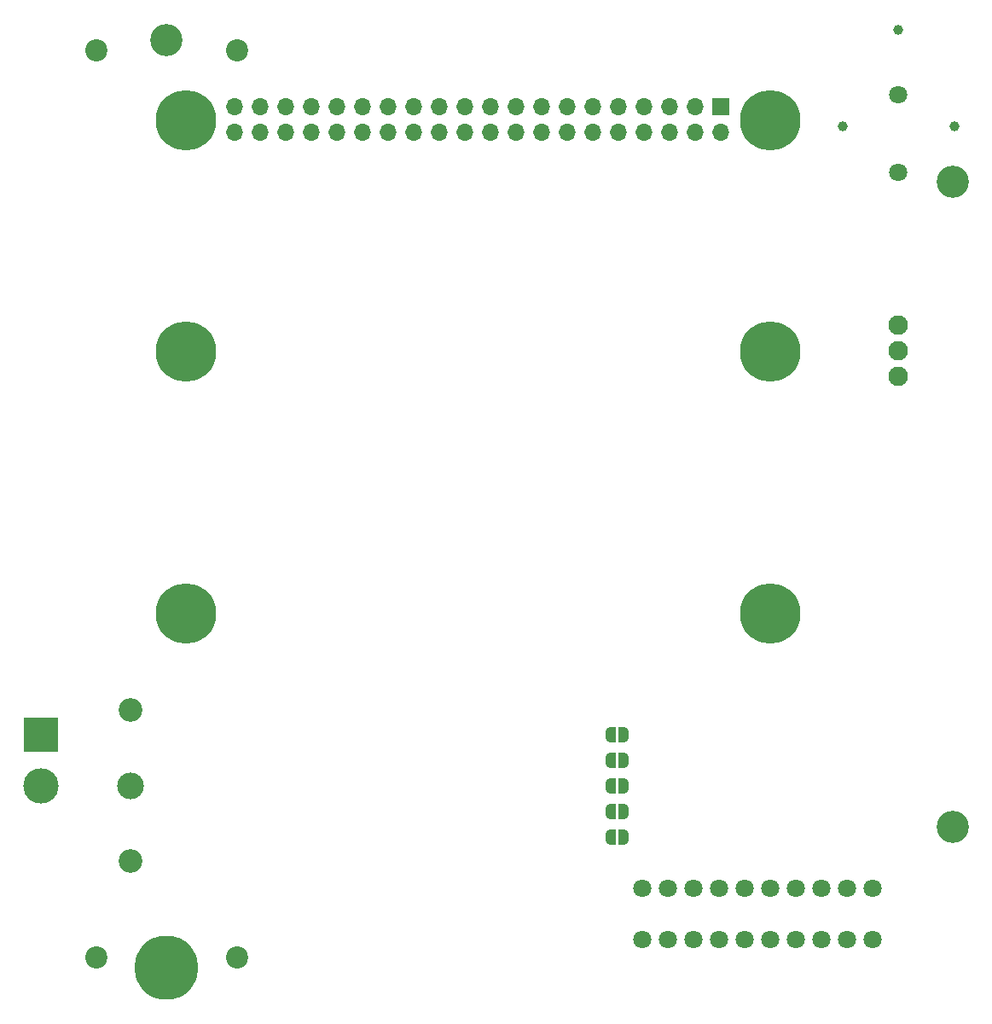
<source format=gbr>
%TF.GenerationSoftware,KiCad,Pcbnew,8.0.6-8.0.6-0~ubuntu24.04.1*%
%TF.CreationDate,2024-11-23T11:29:18+03:00*%
%TF.ProjectId,PM-CPU-RP,504d2d43-5055-42d5-9250-2e6b69636164,rev?*%
%TF.SameCoordinates,Original*%
%TF.FileFunction,Soldermask,Bot*%
%TF.FilePolarity,Negative*%
%FSLAX46Y46*%
G04 Gerber Fmt 4.6, Leading zero omitted, Abs format (unit mm)*
G04 Created by KiCad (PCBNEW 8.0.6-8.0.6-0~ubuntu24.04.1) date 2024-11-23 11:29:18*
%MOMM*%
%LPD*%
G01*
G04 APERTURE LIST*
G04 Aperture macros list*
%AMFreePoly0*
4,1,19,0.500000,-0.750000,0.000000,-0.750000,0.000000,-0.744911,-0.071157,-0.744911,-0.207708,-0.704816,-0.327430,-0.627875,-0.420627,-0.520320,-0.479746,-0.390866,-0.500000,-0.250000,-0.500000,0.250000,-0.479746,0.390866,-0.420627,0.520320,-0.327430,0.627875,-0.207708,0.704816,-0.071157,0.744911,0.000000,0.744911,0.000000,0.750000,0.500000,0.750000,0.500000,-0.750000,0.500000,-0.750000,
$1*%
%AMFreePoly1*
4,1,19,0.000000,0.744911,0.071157,0.744911,0.207708,0.704816,0.327430,0.627875,0.420627,0.520320,0.479746,0.390866,0.500000,0.250000,0.500000,-0.250000,0.479746,-0.390866,0.420627,-0.520320,0.327430,-0.627875,0.207708,-0.704816,0.071157,-0.744911,0.000000,-0.744911,0.000000,-0.750000,-0.500000,-0.750000,-0.500000,0.750000,0.000000,0.750000,0.000000,0.744911,0.000000,0.744911,
$1*%
G04 Aperture macros list end*
%ADD10O,6.350000X6.350000*%
%ADD11C,1.000000*%
%ADD12C,1.800000*%
%ADD13C,6.000000*%
%ADD14O,1.700000X1.700000*%
%ADD15R,1.700000X1.700000*%
%ADD16C,3.200000*%
%ADD17R,3.500000X3.500000*%
%ADD18C,3.500000*%
%ADD19C,1.950000*%
%ADD20C,2.650000*%
%ADD21C,2.350000*%
%ADD22C,2.200000*%
%ADD23FreePoly0,0.000000*%
%ADD24FreePoly1,0.000000*%
G04 APERTURE END LIST*
D10*
%TO.C,PE1*%
X-32000000Y-46000000D03*
%TD*%
D11*
%TO.C,J1*%
X46190000Y37436000D03*
X40640000Y47049000D03*
X35090000Y37436000D03*
D12*
X40640000Y32890000D03*
X40640000Y40640000D03*
%TD*%
D13*
%TO.C,D1*%
X27940000Y38100000D03*
X-30060000Y38100000D03*
X27940000Y15100000D03*
X-30060000Y15100000D03*
X27940000Y-10900000D03*
X-30060000Y-10900000D03*
D14*
X23010000Y36850000D03*
D15*
X23010000Y39390000D03*
D14*
X20470000Y36850000D03*
X20470000Y39390000D03*
X17930000Y36850000D03*
X17930000Y39390000D03*
X15390000Y36850000D03*
X15390000Y39390000D03*
X12850000Y36850000D03*
X12850000Y39390000D03*
X10310000Y36850000D03*
X10310000Y39390000D03*
X7770000Y36850000D03*
X7770000Y39390000D03*
X5230000Y36850000D03*
X5230000Y39390000D03*
X2690000Y36850000D03*
X2690000Y39390000D03*
X150000Y36850000D03*
X150000Y39390000D03*
X-2390000Y36850000D03*
X-2390000Y39390000D03*
X-4930000Y36850000D03*
X-4930000Y39390000D03*
X-7470000Y36850000D03*
X-7470000Y39390000D03*
X-10010000Y36850000D03*
X-10010000Y39390000D03*
X-12550000Y36850000D03*
X-12550000Y39390000D03*
X-15090000Y36850000D03*
X-15090000Y39390000D03*
X-17630000Y36850000D03*
X-17630000Y39390000D03*
X-20170000Y36850000D03*
X-20170000Y39390000D03*
X-22710000Y36850000D03*
X-22710000Y39390000D03*
X-25250000Y36850000D03*
X-25250000Y39390000D03*
%TD*%
D16*
%TO.C,H1*%
X-32000000Y46000000D03*
%TD*%
D17*
%TO.C,J6*%
X-44450000Y-22860000D03*
D18*
X-44450000Y-27940000D03*
%TD*%
D16*
%TO.C,H3*%
X46000000Y-32000000D03*
%TD*%
D19*
%TO.C,J4*%
X40640000Y12700000D03*
X40640000Y15240000D03*
X40640000Y17780000D03*
%TD*%
D16*
%TO.C,H2*%
X46000000Y32000000D03*
%TD*%
D12*
%TO.C,XG1*%
X15240000Y-38100000D03*
X15240000Y-43180000D03*
X17780000Y-38100000D03*
X17780000Y-43180000D03*
X20320000Y-38100000D03*
X22860000Y-38100000D03*
X25400000Y-38100000D03*
X25400000Y-43180000D03*
X27940000Y-38100000D03*
X27940000Y-43180000D03*
X30480000Y-38100000D03*
X30480000Y-43180000D03*
X33020000Y-38100000D03*
X35560000Y-38100000D03*
X38100000Y-38100000D03*
X38100000Y-43180000D03*
X20320000Y-43180000D03*
X22860000Y-43180000D03*
X33020000Y-43180000D03*
X35560000Y-43180000D03*
%TD*%
D20*
%TO.C,U1*%
X-35560000Y-27940000D03*
D21*
X-35560000Y-35440000D03*
X-35560000Y-20440000D03*
%TD*%
D22*
%TO.C,U2*%
X-39000000Y45000000D03*
X-39000000Y-45000000D03*
X-25000000Y45000000D03*
X-25000000Y-45000000D03*
%TD*%
D23*
%TO.C,JP4*%
X12050000Y-30480000D03*
D24*
X13350000Y-30480000D03*
%TD*%
D23*
%TO.C,JP2*%
X12050000Y-25400000D03*
D24*
X13350000Y-25400000D03*
%TD*%
D23*
%TO.C,JP5*%
X12050000Y-33020000D03*
D24*
X13350000Y-33020000D03*
%TD*%
D23*
%TO.C,JP1*%
X12050000Y-22860000D03*
D24*
X13350000Y-22860000D03*
%TD*%
D23*
%TO.C,JP3*%
X12050000Y-27940000D03*
D24*
X13350000Y-27940000D03*
%TD*%
M02*

</source>
